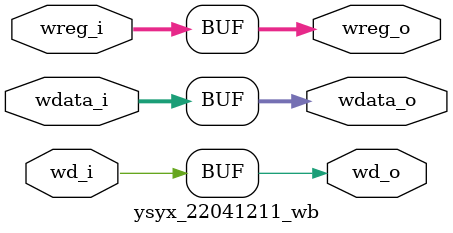
<source format=v>
module ysyx_22041211_wb #(parameter DATA_LEN = 32)(
    input		                		wd_i		,
    input		[4:0]		            wreg_i		,
    input		[DATA_LEN - 1:0]		wdata_i     ,
    output		                		wd_o		,
    output		[4:0]		            wreg_o		,
    output		[DATA_LEN - 1:0]		wdata_o
);
    assign wd_o = wd_i;
    assign wreg_o = wreg_i;
    assign wdata_o = wdata_i;

endmodule

</source>
